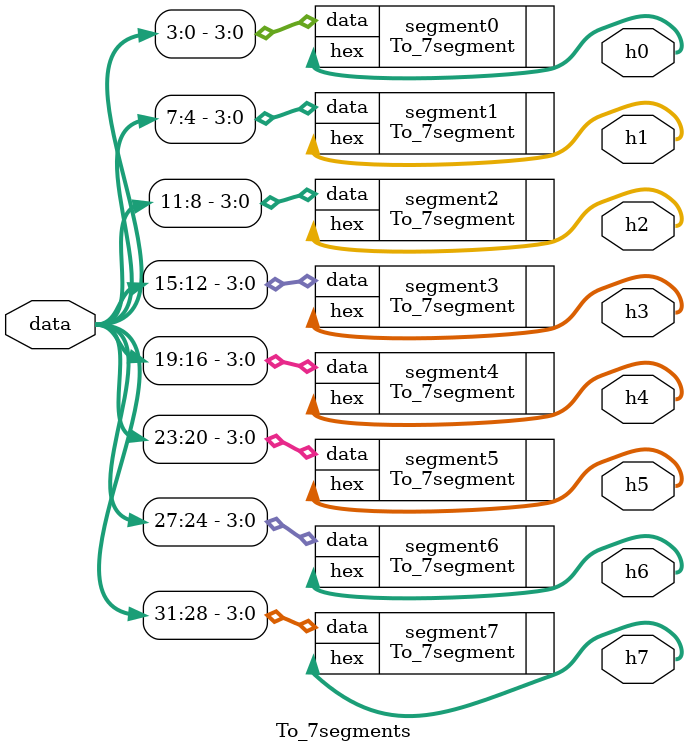
<source format=v>
module To_7segments (
	input [31:0] data,
  output  [6:0] h0,
  output  [6:0] h1,
  output  [6:0] h2,
  output  [6:0] h3,
  output  [6:0] h4,
  output  [6:0] h5,
  output  [6:0] h6,
  output  [6:0] h7);

  To_7segment segment0(.data(data[ 3: 0]), .hex(h0) );
  To_7segment segment1(.data(data[ 7: 4]), .hex(h1) );
  To_7segment segment2(.data(data[11: 8]), .hex(h2) );
  To_7segment segment3(.data(data[15:12]), .hex(h3) );
  To_7segment segment4(.data(data[19:16]), .hex(h4) );
  To_7segment segment5(.data(data[23:20]), .hex(h5) );
  To_7segment segment6(.data(data[27:24]), .hex(h6) );
  To_7segment segment7(.data(data[31:28]), .hex(h7) );

endmodule // Instruction_to_7segmeninput t

</source>
